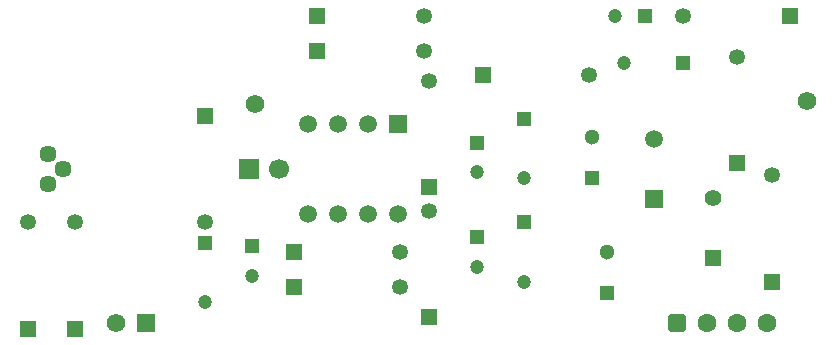
<source format=gbr>
G04*
G04 #@! TF.GenerationSoftware,Altium Limited,Altium Designer,23.5.1 (21)*
G04*
G04 Layer_Color=8388736*
%FSLAX44Y44*%
%MOMM*%
G71*
G04*
G04 #@! TF.SameCoordinates,3F3CA9D7-E4A9-492A-9304-BF7569E67BA2*
G04*
G04*
G04 #@! TF.FilePolarity,Negative*
G04*
G01*
G75*
%ADD16C,1.5700*%
%ADD17R,1.5700X1.5700*%
%ADD18C,1.3500*%
%ADD19R,1.3500X1.3500*%
%ADD20R,1.7000X1.7000*%
%ADD21C,1.7000*%
%ADD22R,1.5000X1.5000*%
%ADD23C,1.5000*%
%ADD24R,1.2000X1.2000*%
%ADD25C,1.2000*%
%ADD26C,1.4500*%
%ADD27R,1.4000X1.4000*%
%ADD28C,1.4000*%
%ADD29R,1.3500X1.3500*%
%ADD30R,1.2000X1.2000*%
%ADD31C,1.6000*%
G04:AMPARAMS|DCode=32|XSize=1.6mm|YSize=1.6mm|CornerRadius=0.4mm|HoleSize=0mm|Usage=FLASHONLY|Rotation=0.000|XOffset=0mm|YOffset=0mm|HoleType=Round|Shape=RoundedRectangle|*
%AMROUNDEDRECTD32*
21,1,1.6000,0.8000,0,0,0.0*
21,1,0.8000,1.6000,0,0,0.0*
1,1,0.8000,0.4000,-0.4000*
1,1,0.8000,-0.4000,-0.4000*
1,1,0.8000,-0.4000,0.4000*
1,1,0.8000,0.4000,0.4000*
%
%ADD32ROUNDEDRECTD32*%
%ADD33C,1.3000*%
%ADD34R,1.3000X1.3000*%
D16*
X124800Y30000D02*
D03*
X242500Y215000D02*
D03*
X710000Y217500D02*
D03*
D17*
X150200Y30000D02*
D03*
D18*
X50000Y115000D02*
D03*
X200000Y115000D02*
D03*
X90000Y115000D02*
D03*
X365000Y60000D02*
D03*
Y90000D02*
D03*
X605000Y290000D02*
D03*
X650000Y255000D02*
D03*
X680000Y155000D02*
D03*
X525000Y240000D02*
D03*
X390000Y125000D02*
D03*
Y235000D02*
D03*
X385000Y290000D02*
D03*
Y260000D02*
D03*
D19*
X50000Y25000D02*
D03*
X200000Y205000D02*
D03*
X90000Y25000D02*
D03*
X650000Y165000D02*
D03*
X680000Y65000D02*
D03*
X390000Y35000D02*
D03*
Y145000D02*
D03*
D20*
X237300Y160000D02*
D03*
D21*
X262700D02*
D03*
D22*
X580000Y134500D02*
D03*
X363100Y198100D02*
D03*
D23*
X580000Y185500D02*
D03*
X286900Y121900D02*
D03*
X312300D02*
D03*
X337700D02*
D03*
X363100D02*
D03*
X286900Y198100D02*
D03*
X312300D02*
D03*
X337700D02*
D03*
D24*
X240000Y95000D02*
D03*
X430000Y182500D02*
D03*
Y102500D02*
D03*
X200000Y97500D02*
D03*
X470000Y202500D02*
D03*
Y115000D02*
D03*
D25*
X240000Y70000D02*
D03*
X430000Y157500D02*
D03*
Y77500D02*
D03*
X200000Y47500D02*
D03*
X547500Y290000D02*
D03*
X555000Y250000D02*
D03*
X470000Y152500D02*
D03*
Y65000D02*
D03*
D26*
X67206Y147300D02*
D03*
X79906Y160000D02*
D03*
X67206Y172700D02*
D03*
D27*
X630000Y84600D02*
D03*
D28*
Y135400D02*
D03*
D29*
X275000Y60000D02*
D03*
Y90000D02*
D03*
X695000Y290000D02*
D03*
X435000Y240000D02*
D03*
X295000Y290000D02*
D03*
Y260000D02*
D03*
D30*
X572500Y290000D02*
D03*
X605000Y250000D02*
D03*
D31*
X624600Y30000D02*
D03*
X650000D02*
D03*
X675400D02*
D03*
D32*
X599200D02*
D03*
D33*
X540000Y90000D02*
D03*
X527500Y187500D02*
D03*
D34*
X540000Y55000D02*
D03*
X527500Y152500D02*
D03*
M02*

</source>
